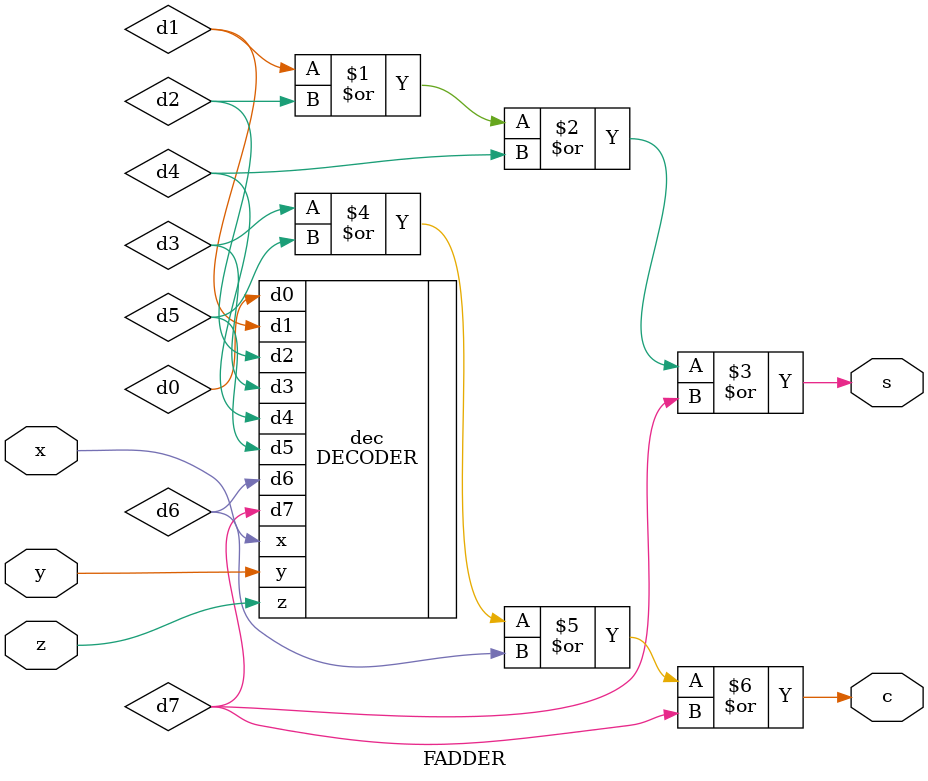
<source format=v>
module FADDER(
    output s,
    output c,
    input  x, input y, input z
);
    wire d0,d1,d2,d3,d4,d5,d6,d7;
    DECODER dec(.d0(d0),.d1(d1),.d2(d2),.d3(d3),.d4(d4),.d5(d5),.d6(d6),.d7(d7),
                .x(x),.y(y),.z(z));
    assign s = d1 | d2 | d4 | d7;
    assign c = d3 | d5 | d6 | d7;
endmodule

</source>
